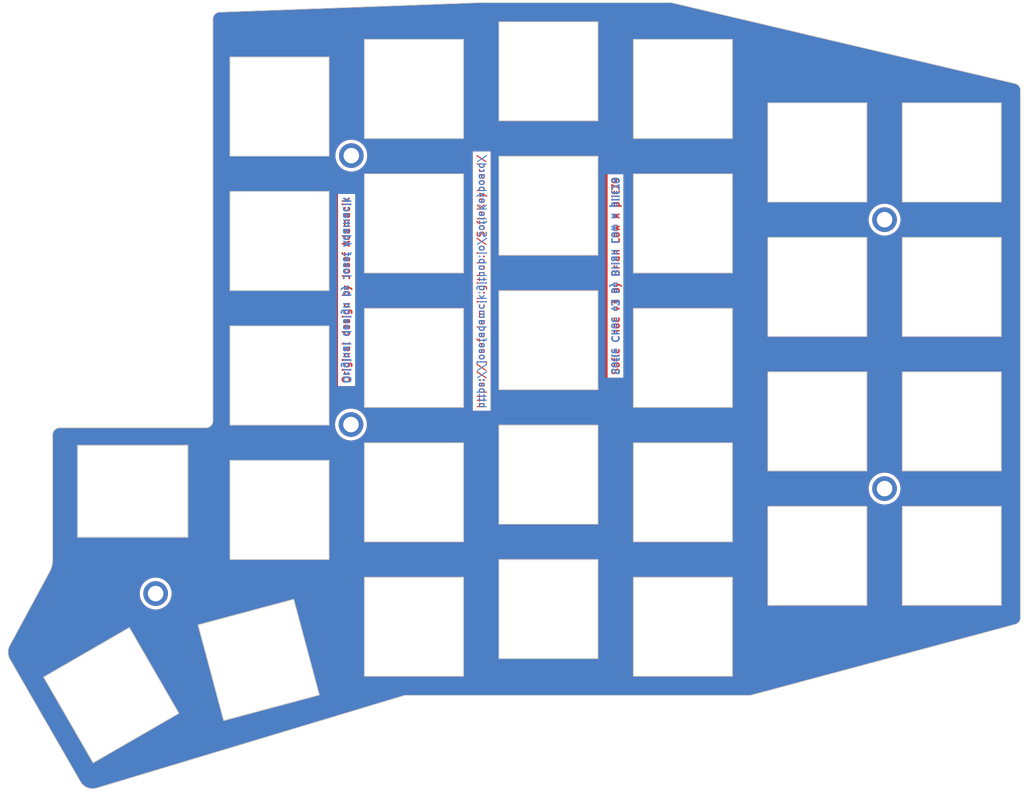
<source format=kicad_pcb>
(kicad_pcb (version 20240108) (generator "pcbnew") (generator_version "8.0")
  (layers (0 "F.Cu" signal) (31 "B.Cu" signal) (34 "B.Paste" user) (35 "F.Paste" user) (36 "B.SilkS" user "B.Silkscreen") (37 "F.SilkS" user "F.Silkscreen") (38 "B.Mask" user) (39 "F.Mask" user) (44 "Edge.Cuts" user))
  (net 0 "")
  (footprint "MountingHole:MountingHole_2.2mm_M2_ISO7380_Pad" (layer "F.Cu") (at 206.275 66.025)
    (property "Reference" "TH4" (hide yes))
    (property "Value" "HOLE" (hide yes))
    (pad "1" thru_hole circle (at 0 0) (size 3.5 3.5) (drill 2.2) (layers "*.Cu" "*.Mask"))
  )
  (footprint "MountingHole:MountingHole_2.2mm_M2_ISO7380_Pad" (layer "F.Cu") (at 130.725 56.95)
    (property "Reference" "TH3" (hide yes))
    (property "Value" "HOLE" (hide yes))
    (pad "1" thru_hole circle (at 0 0) (size 3.5 3.5) (drill 2.2) (layers "*.Cu" "*.Mask"))
  )
  (footprint "MountingHole:MountingHole_2.2mm_M2_ISO7380_Pad" (layer "F.Cu") (at 206.275 104.125)
    (property "Reference" "TH6" (hide yes))
    (property "Value" "HOLE" (hide yes))
    (pad "1" thru_hole circle (at 0 0) (size 3.5 3.5) (drill 2.2) (layers "*.Cu" "*.Mask"))
  )
  (footprint "MountingHole:MountingHole_2.2mm_M2_ISO7380_Pad" (layer "F.Cu") (at 130.675 95.05)
    (property "Reference" "TH5" (hide yes))
    (property "Value" "HOLE" (hide yes))
    (pad "1" thru_hole circle (at 0 0) (size 3.5 3.5) (drill 2.2) (layers "*.Cu" "*.Mask"))
  )
  (footprint "MountingHole:MountingHole_2.2mm_M2_ISO7380_Pad" (layer "F.Cu") (at 103 119 180)
    (property "Reference" "TH7" (hide yes))
    (property "Value" "HOLE" (hide yes))
    (pad "1" thru_hole circle (at 0 0 180) (size 3.5 3.5) (drill 2.2) (layers "*.Cu" "*.Mask"))
  )
  (footprint "SofleChocTop:SW_Hole" (layer "F.Cu") (at 215.8 56.5)
    (property "Reference" "SW2" (hide yes))
    (property "Value" "KEY_SWITCH" (hide yes))
    (fp_line (start -7 -7) (end -7 7) (stroke (width 0.12)) (layer "Edge.Cuts"))
    (fp_line (start -7 7) (end 7 7) (stroke (width 0.12)) (layer "Edge.Cuts"))
    (fp_line (start 7 -7) (end -7 -7) (stroke (width 0.12)) (layer "Edge.Cuts"))
    (fp_line (start 7 7) (end 7 -7) (stroke (width 0.12)) (layer "Edge.Cuts"))
  )
  (footprint "SofleChocTop:SW_Hole" (layer "F.Cu") (at 196.75 56.5)
    (property "Reference" "SW2" (hide yes))
    (property "Value" "KEY_SWITCH" (hide yes))
    (fp_line (start -7 -7) (end -7 7) (stroke (width 0.12)) (layer "Edge.Cuts"))
    (fp_line (start -7 7) (end 7 7) (stroke (width 0.12)) (layer "Edge.Cuts"))
    (fp_line (start 7 -7) (end -7 -7) (stroke (width 0.12)) (layer "Edge.Cuts"))
    (fp_line (start 7 7) (end 7 -7) (stroke (width 0.12)) (layer "Edge.Cuts"))
  )
  (footprint "SofleChocTop:SW_Hole" (layer "F.Cu") (at 196.75 75.55)
    (property "Reference" "SW2" (hide yes))
    (property "Value" "KEY_SWITCH" (hide yes))
    (fp_line (start -7 -7) (end -7 7) (stroke (width 0.12)) (layer "Edge.Cuts"))
    (fp_line (start -7 7) (end 7 7) (stroke (width 0.12)) (layer "Edge.Cuts"))
    (fp_line (start 7 -7) (end -7 -7) (stroke (width 0.12)) (layer "Edge.Cuts"))
    (fp_line (start 7 7) (end 7 -7) (stroke (width 0.12)) (layer "Edge.Cuts"))
  )
  (footprint "SofleChocTop:SW_Hole" (layer "F.Cu") (at 215.8 75.55)
    (property "Reference" "SW2" (hide yes))
    (property "Value" "KEY_SWITCH" (hide yes))
    (fp_line (start -7 -7) (end -7 7) (stroke (width 0.12)) (layer "Edge.Cuts"))
    (fp_line (start -7 7) (end 7 7) (stroke (width 0.12)) (layer "Edge.Cuts"))
    (fp_line (start 7 -7) (end -7 -7) (stroke (width 0.12)) (layer "Edge.Cuts"))
    (fp_line (start 7 7) (end 7 -7) (stroke (width 0.12)) (layer "Edge.Cuts"))
  )
  (footprint "SofleChocTop:SW_Hole" (layer "F.Cu") (at 196.75 94.6)
    (property "Reference" "SW2" (hide yes))
    (property "Value" "KEY_SWITCH" (hide yes))
    (fp_line (start -7 -7) (end -7 7) (stroke (width 0.12)) (layer "Edge.Cuts"))
    (fp_line (start -7 7) (end 7 7) (stroke (width 0.12)) (layer "Edge.Cuts"))
    (fp_line (start 7 -7) (end -7 -7) (stroke (width 0.12)) (layer "Edge.Cuts"))
    (fp_line (start 7 7) (end 7 -7) (stroke (width 0.12)) (layer "Edge.Cuts"))
  )
  (footprint "SofleChocTop:SW_Hole" (layer "F.Cu") (at 215.8 94.6)
    (property "Reference" "SW2" (hide yes))
    (property "Value" "KEY_SWITCH" (hide yes))
    (fp_line (start -7 -7) (end -7 7) (stroke (width 0.12)) (layer "Edge.Cuts"))
    (fp_line (start -7 7) (end 7 7) (stroke (width 0.12)) (layer "Edge.Cuts"))
    (fp_line (start 7 -7) (end -7 -7) (stroke (width 0.12)) (layer "Edge.Cuts"))
    (fp_line (start 7 7) (end 7 -7) (stroke (width 0.12)) (layer "Edge.Cuts"))
  )
  (footprint "SofleChocTop:SW_Hole" (layer "F.Cu") (at 196.75 113.65)
    (property "Reference" "SW2" (hide yes))
    (property "Value" "KEY_SWITCH" (hide yes))
    (fp_line (start -7 -7) (end -7 7) (stroke (width 0.12)) (layer "Edge.Cuts"))
    (fp_line (start -7 7) (end 7 7) (stroke (width 0.12)) (layer "Edge.Cuts"))
    (fp_line (start 7 -7) (end -7 -7) (stroke (width 0.12)) (layer "Edge.Cuts"))
    (fp_line (start 7 7) (end 7 -7) (stroke (width 0.12)) (layer "Edge.Cuts"))
  )
  (footprint "SofleChocTop:SW_Hole" (layer "F.Cu") (at 177.7 47.5)
    (property "Reference" "SW2" (hide yes))
    (property "Value" "KEY_SWITCH" (hide yes))
    (fp_line (start -7 -7) (end -7 7) (stroke (width 0.12)) (layer "Edge.Cuts"))
    (fp_line (start -7 7) (end 7 7) (stroke (width 0.12)) (layer "Edge.Cuts"))
    (fp_line (start 7 -7) (end -7 -7) (stroke (width 0.12)) (layer "Edge.Cuts"))
    (fp_line (start 7 7) (end 7 -7) (stroke (width 0.12)) (layer "Edge.Cuts"))
  )
  (footprint "SofleChocTop:SW_Hole" (layer "F.Cu") (at 177.7 66.55)
    (property "Reference" "SW2" (hide yes))
    (property "Value" "KEY_SWITCH" (hide yes))
    (fp_line (start -7 -7) (end -7 7) (stroke (width 0.12)) (layer "Edge.Cuts"))
    (fp_line (start -7 7) (end 7 7) (stroke (width 0.12)) (layer "Edge.Cuts"))
    (fp_line (start 7 -7) (end -7 -7) (stroke (width 0.12)) (layer "Edge.Cuts"))
    (fp_line (start 7 7) (end 7 -7) (stroke (width 0.12)) (layer "Edge.Cuts"))
  )
  (footprint "SofleChocTop:SW_Hole" (layer "F.Cu") (at 177.7 85.6)
    (property "Reference" "SW2" (hide yes))
    (property "Value" "KEY_SWITCH" (hide yes))
    (fp_line (start -7 -7) (end -7 7) (stroke (width 0.12)) (layer "Edge.Cuts"))
    (fp_line (start -7 7) (end 7 7) (stroke (width 0.12)) (layer "Edge.Cuts"))
    (fp_line (start 7 -7) (end -7 -7) (stroke (width 0.12)) (layer "Edge.Cuts"))
    (fp_line (start 7 7) (end 7 -7) (stroke (width 0.12)) (layer "Edge.Cuts"))
  )
  (footprint "SofleChocTop:SW_Hole" (layer "F.Cu") (at 177.7 104.65)
    (property "Reference" "SW2" (hide yes))
    (property "Value" "KEY_SWITCH" (hide yes))
    (fp_line (start -7 -7) (end -7 7) (stroke (width 0.12)) (layer "Edge.Cuts"))
    (fp_line (start -7 7) (end 7 7) (stroke (width 0.12)) (layer "Edge.Cuts"))
    (fp_line (start 7 -7) (end -7 -7) (stroke (width 0.12)) (layer "Edge.Cuts"))
    (fp_line (start 7 7) (end 7 -7) (stroke (width 0.12)) (layer "Edge.Cuts"))
  )
  (footprint "SofleChocTop:SW_Hole" (layer "F.Cu") (at 177.7 123.7)
    (property "Reference" "SW2" (hide yes))
    (property "Value" "KEY_SWITCH" (hide yes))
    (fp_line (start -7 -7) (end -7 7) (stroke (width 0.12)) (layer "Edge.Cuts"))
    (fp_line (start -7 7) (end 7 7) (stroke (width 0.12)) (layer "Edge.Cuts"))
    (fp_line (start 7 -7) (end -7 -7) (stroke (width 0.12)) (layer "Edge.Cuts"))
    (fp_line (start 7 7) (end 7 -7) (stroke (width 0.12)) (layer "Edge.Cuts"))
  )
  (footprint "SofleChocTop:SW_Hole" (layer "F.Cu") (at 158.65 45)
    (property "Reference" "SW2" (hide yes))
    (property "Value" "KEY_SWITCH" (hide yes))
    (fp_line (start -7 -7) (end -7 7) (stroke (width 0.12)) (layer "Edge.Cuts"))
    (fp_line (start -7 7) (end 7 7) (stroke (width 0.12)) (layer "Edge.Cuts"))
    (fp_line (start 7 -7) (end -7 -7) (stroke (width 0.12)) (layer "Edge.Cuts"))
    (fp_line (start 7 7) (end 7 -7) (stroke (width 0.12)) (layer "Edge.Cuts"))
  )
  (footprint "SofleChocTop:SW_Hole" (layer "F.Cu") (at 158.65 64.05)
    (property "Reference" "SW2" (hide yes))
    (property "Value" "KEY_SWITCH" (hide yes))
    (fp_line (start -7 -7) (end -7 7) (stroke (width 0.12)) (layer "Edge.Cuts"))
    (fp_line (start -7 7) (end 7 7) (stroke (width 0.12)) (layer "Edge.Cuts"))
    (fp_line (start 7 -7) (end -7 -7) (stroke (width 0.12)) (layer "Edge.Cuts"))
    (fp_line (start 7 7) (end 7 -7) (stroke (width 0.12)) (layer "Edge.Cuts"))
  )
  (footprint "SofleChocTop:SW_Hole" (layer "F.Cu") (at 158.65 83.1)
    (property "Reference" "SW2" (hide yes))
    (property "Value" "KEY_SWITCH" (hide yes))
    (fp_line (start -7 -7) (end -7 7) (stroke (width 0.12)) (layer "Edge.Cuts"))
    (fp_line (start -7 7) (end 7 7) (stroke (width 0.12)) (layer "Edge.Cuts"))
    (fp_line (start 7 -7) (end -7 -7) (stroke (width 0.12)) (layer "Edge.Cuts"))
    (fp_line (start 7 7) (end 7 -7) (stroke (width 0.12)) (layer "Edge.Cuts"))
  )
  (footprint "SofleChocTop:SW_Hole" (layer "F.Cu") (at 158.65 102.15)
    (property "Reference" "SW2" (hide yes))
    (property "Value" "KEY_SWITCH" (hide yes))
    (fp_line (start -7 -7) (end -7 7) (stroke (width 0.12)) (layer "Edge.Cuts"))
    (fp_line (start -7 7) (end 7 7) (stroke (width 0.12)) (layer "Edge.Cuts"))
    (fp_line (start 7 -7) (end -7 -7) (stroke (width 0.12)) (layer "Edge.Cuts"))
    (fp_line (start 7 7) (end 7 -7) (stroke (width 0.12)) (layer "Edge.Cuts"))
  )
  (footprint "SofleChocTop:SW_Hole" (layer "F.Cu") (at 158.65 121.2)
    (property "Reference" "SW2" (hide yes))
    (property "Value" "KEY_SWITCH" (hide yes))
    (fp_line (start -7 -7) (end -7 7) (stroke (width 0.12)) (layer "Edge.Cuts"))
    (fp_line (start -7 7) (end 7 7) (stroke (width 0.12)) (layer "Edge.Cuts"))
    (fp_line (start 7 -7) (end -7 -7) (stroke (width 0.12)) (layer "Edge.Cuts"))
    (fp_line (start 7 7) (end 7 -7) (stroke (width 0.12)) (layer "Edge.Cuts"))
  )
  (footprint "SofleChocTop:SW_Hole" (layer "F.Cu") (at 139.6 47.5)
    (property "Reference" "SW2" (hide yes))
    (property "Value" "KEY_SWITCH" (hide yes))
    (fp_line (start -7 -7) (end -7 7) (stroke (width 0.12)) (layer "Edge.Cuts"))
    (fp_line (start -7 7) (end 7 7) (stroke (width 0.12)) (layer "Edge.Cuts"))
    (fp_line (start 7 -7) (end -7 -7) (stroke (width 0.12)) (layer "Edge.Cuts"))
    (fp_line (start 7 7) (end 7 -7) (stroke (width 0.12)) (layer "Edge.Cuts"))
  )
  (footprint "SofleChocTop:SW_Hole" (layer "F.Cu") (at 139.6 66.55)
    (property "Reference" "SW2" (hide yes))
    (property "Value" "KEY_SWITCH" (hide yes))
    (fp_line (start -7 -7) (end -7 7) (stroke (width 0.12)) (layer "Edge.Cuts"))
    (fp_line (start -7 7) (end 7 7) (stroke (width 0.12)) (layer "Edge.Cuts"))
    (fp_line (start 7 -7) (end -7 -7) (stroke (width 0.12)) (layer "Edge.Cuts"))
    (fp_line (start 7 7) (end 7 -7) (stroke (width 0.12)) (layer "Edge.Cuts"))
  )
  (footprint "SofleChocTop:SW_Hole" (layer "F.Cu") (at 139.6 85.6)
    (property "Reference" "SW2" (hide yes))
    (property "Value" "KEY_SWITCH" (hide yes))
    (fp_line (start -7 -7) (end -7 7) (stroke (width 0.12)) (layer "Edge.Cuts"))
    (fp_line (start -7 7) (end 7 7) (stroke (width 0.12)) (layer "Edge.Cuts"))
    (fp_line (start 7 -7) (end -7 -7) (stroke (width 0.12)) (layer "Edge.Cuts"))
    (fp_line (start 7 7) (end 7 -7) (stroke (width 0.12)) (layer "Edge.Cuts"))
  )
  (footprint "SofleChocTop:SW_Hole" (layer "F.Cu") (at 139.6 104.65)
    (property "Reference" "SW2" (hide yes))
    (property "Value" "KEY_SWITCH" (hide yes))
    (fp_line (start -7 -7) (end -7 7) (stroke (width 0.12)) (layer "Edge.Cuts"))
    (fp_line (start -7 7) (end 7 7) (stroke (width 0.12)) (layer "Edge.Cuts"))
    (fp_line (start 7 -7) (end -7 -7) (stroke (width 0.12)) (layer "Edge.Cuts"))
    (fp_line (start 7 7) (end 7 -7) (stroke (width 0.12)) (layer "Edge.Cuts"))
  )
  (footprint "SofleChocTop:SW_Hole" (layer "F.Cu") (at 139.6 123.7)
    (property "Reference" "SW2" (hide yes))
    (property "Value" "KEY_SWITCH" (hide yes))
    (fp_line (start -7 -7) (end -7 7) (stroke (width 0.12)) (layer "Edge.Cuts"))
    (fp_line (start -7 7) (end 7 7) (stroke (width 0.12)) (layer "Edge.Cuts"))
    (fp_line (start 7 -7) (end -7 -7) (stroke (width 0.12)) (layer "Edge.Cuts"))
    (fp_line (start 7 7) (end 7 -7) (stroke (width 0.12)) (layer "Edge.Cuts"))
  )
  (footprint "SofleChocTop:SW_Hole" (layer "F.Cu") (at 120.55 50)
    (property "Reference" "SW2" (hide yes))
    (property "Value" "KEY_SWITCH" (hide yes))
    (fp_line (start -7 -7) (end -7 7) (stroke (width 0.12)) (layer "Edge.Cuts"))
    (fp_line (start -7 7) (end 7 7) (stroke (width 0.12)) (layer "Edge.Cuts"))
    (fp_line (start 7 -7) (end -7 -7) (stroke (width 0.12)) (layer "Edge.Cuts"))
    (fp_line (start 7 7) (end 7 -7) (stroke (width 0.12)) (layer "Edge.Cuts"))
  )
  (footprint "SofleChocTop:SW_Hole" (layer "F.Cu") (at 120.55 69.05)
    (property "Reference" "SW2" (hide yes))
    (property "Value" "KEY_SWITCH" (hide yes))
    (fp_line (start -7 -7) (end -7 7) (stroke (width 0.12)) (layer "Edge.Cuts"))
    (fp_line (start -7 7) (end 7 7) (stroke (width 0.12)) (layer "Edge.Cuts"))
    (fp_line (start 7 -7) (end -7 -7) (stroke (width 0.12)) (layer "Edge.Cuts"))
    (fp_line (start 7 7) (end 7 -7) (stroke (width 0.12)) (layer "Edge.Cuts"))
  )
  (footprint "SofleChocTop:SW_Hole" (layer "F.Cu") (at 120.55 88.1)
    (property "Reference" "SW2" (hide yes))
    (property "Value" "KEY_SWITCH" (hide yes))
    (fp_line (start -7 -7) (end -7 7) (stroke (width 0.12)) (layer "Edge.Cuts"))
    (fp_line (start -7 7) (end 7 7) (stroke (width 0.12)) (layer "Edge.Cuts"))
    (fp_line (start 7 -7) (end -7 -7) (stroke (width 0.12)) (layer "Edge.Cuts"))
    (fp_line (start 7 7) (end 7 -7) (stroke (width 0.12)) (layer "Edge.Cuts"))
  )
  (footprint "SofleChocTop:SW_Hole" (layer "F.Cu") (at 120.55 107.15)
    (property "Reference" "SW2" (hide yes))
    (property "Value" "KEY_SWITCH" (hide yes))
    (fp_line (start -7 -7) (end -7 7) (stroke (width 0.12)) (layer "Edge.Cuts"))
    (fp_line (start -7 7) (end 7 7) (stroke (width 0.12)) (layer "Edge.Cuts"))
    (fp_line (start 7 -7) (end -7 -7) (stroke (width 0.12)) (layer "Edge.Cuts"))
    (fp_line (start 7 7) (end 7 -7) (stroke (width 0.12)) (layer "Edge.Cuts"))
  )
  (footprint "SofleChocTop:SW_Hole" (layer "F.Cu") (at 117.6 128.4 -165)
    (property "Reference" "SW2" (hide yes))
    (property "Value" "KEY_SWITCH" (hide yes))
    (fp_line (start 7 7) (end 7 -7) (stroke (width 0.12)) (layer "Edge.Cuts"))
    (fp_line (start 7 -7) (end -7 -7) (stroke (width 0.12)) (layer "Edge.Cuts"))
    (fp_line (start -7 7) (end 7 7) (stroke (width 0.12)) (layer "Edge.Cuts"))
    (fp_line (start -7 -7) (end -7 7) (stroke (width 0.12)) (layer "Edge.Cuts"))
  )
  (footprint "SofleChocTop:SW_Hole" (layer "F.Cu") (at 96.71 133.4 120)
    (property "Reference" "SW2" (hide yes))
    (property "Value" "KEY_SWITCH" (hide yes))
    (fp_line (start 7 -7) (end -7 -7) (stroke (width 0.12)) (layer "Edge.Cuts"))
    (fp_line (start -7 -7) (end -7 7) (stroke (width 0.12)) (layer "Edge.Cuts"))
    (fp_line (start 7 7) (end 7 -7) (stroke (width 0.12)) (layer "Edge.Cuts"))
    (fp_line (start -7 7) (end 7 7) (stroke (width 0.12)) (layer "Edge.Cuts"))
  )
  (footprint "SofleChocTop:SW_Hole" (layer "F.Cu") (at 215.8 113.65)
    (property "Reference" "SW2" (hide yes))
    (property "Value" "KEY_SWITCH" (hide yes))
    (fp_line (start -7 -7) (end -7 7) (stroke (width 0.12)) (layer "Edge.Cuts"))
    (fp_line (start -7 7) (end 7 7) (stroke (width 0.12)) (layer "Edge.Cuts"))
    (fp_line (start 7 -7) (end -7 -7) (stroke (width 0.12)) (layer "Edge.Cuts"))
    (fp_line (start 7 7) (end 7 -7) (stroke (width 0.12)) (layer "Edge.Cuts"))
  )
  (gr_line (start 92.331436 145.655171) (end 82.341192 128.315644) (stroke (width 0.1)) (layer "Edge.Cuts"))
  (gr_line (start 88.4 114.4036) (end 88.2972 115.0536) (stroke (width 0.1)) (layer "Edge.Cuts"))
  (gr_line (start 88.2972 115.0536) (end 88.0972 115.6536) (stroke (width 0.1)) (layer "Edge.Cuts"))
  (gr_line (start 82.290056 126.397917) (end 88.0972 115.6536) (stroke (width 0.1)) (layer "Edge.Cuts"))
  (gr_line (start 149.0972 35.2496) (end 112.05424 36.604523) (stroke (width 0.1)) (layer "Edge.Cuts"))
  (gr_line (start 138.251328 133.45) (end 187.225 133.45) (stroke (width 0.1)) (layer "Edge.Cuts"))
  (gr_line (start 138.251328 133.45) (end 94.62 146.58) (stroke (width 0.1)) (layer "Edge.Cuts"))
  (gr_line (start 149.0972 35.2496) (end 176.0472 35.2496) (stroke (width 0.1)) (layer "Edge.Cuts"))
  (gr_line (start 88.4 114.4036) (end 88.4 96.4986) (stroke (width 0.1)) (layer "Edge.Cuts"))
  (gr_line (start 91.95 110.9998) (end 107.55 110.9998) (stroke (width 0.15)) (layer "Edge.Cuts"))
  (gr_line (start 224.80938 123.373525) (end 187.225 133.45025) (stroke (width 0.1)) (layer "Edge.Cuts"))
  (gr_line (start 89.4 95.4986) (end 110.0972 95.4986) (stroke (width 0.1)) (layer "Edge.Cuts"))
  (gr_line (start 176.0472 35.2496) (end 224.757209 46.721953) (stroke (width 0.1)) (layer "Edge.Cuts"))
  (gr_arc (start 111.0972 94.4986) (mid 110.804307 95.205707) (end 110.0972 95.4986) (stroke (width 0.1)) (layer "Edge.Cuts"))
  (gr_arc (start 224.757209 46.721953) (mid 225.326821 47.070731) (end 225.55 47.70025) (stroke (width 0.1)) (layer "Edge.Cuts"))
  (gr_line (start 91.95 97.9998) (end 91.95 110.9998) (stroke (width 0.15)) (layer "Edge.Cuts"))
  (gr_line (start 107.55 97.9998) (end 91.95 97.9998) (stroke (width 0.15)) (layer "Edge.Cuts"))
  (gr_line (start 107.55 110.9998) (end 107.55 97.9998) (stroke (width 0.15)) (layer "Edge.Cuts"))
  (gr_line (start 225.55 47.70025) (end 225.55 122.40775) (stroke (width 0.1)) (layer "Edge.Cuts"))
  (gr_arc (start 88.4 96.4986) (mid 88.692893 95.791493) (end 89.4 95.4986) (stroke (width 0.1)) (layer "Edge.Cuts"))
  (gr_arc (start 82.341192 128.315644) (mid 82.070767 127.36331) (end 82.290056 126.397917) (stroke (width 0.1)) (layer "Edge.Cuts"))
  (gr_arc (start 225.55 122.40775) (mid 225.343608 123.016341) (end 224.80938 123.373525) (stroke (width 0.1)) (layer "Edge.Cuts"))
  (gr_arc (start 94.62 146.58) (mid 93.316044 146.512711) (end 92.331436 145.655171) (stroke (width 0.1)) (layer "Edge.Cuts"))
  (gr_arc (start 111.0972 37.6036) (mid 111.37516 36.91194) (end 112.05424 36.604523) (stroke (width 0.1)) (layer "Edge.Cuts"))
  (gr_line (start 111.0972 94.4986) (end 111.0972 37.6036) (stroke (width 0.1)) (layer "Edge.Cuts"))
  (gr_text "https://josefadamcik.github.io/SofleKeyboard/" (at 149.1 74.8 90) (layer "F.Cu") (effects (font (size 1 1))))
  (gr_text "Original design by Josef Adamacik" (at 130 76 90) (layer "F.Cu") (effects (font (size 1 1) (thickness 0.2))))
  (gr_text "Sofle Choc v3 by Brian Low x piit79" (at 168.2 74 90) (layer "F.Cu") (effects (font (size 1 1) (thickness 0.2))))
  (gr_text "https://josefadamcik.github.io/SofleKeyboard/" (at 149.3 74.8 270) (layer "B.Cu") (effects (font (size 1 1)) (justify mirror)))
  (gr_text "Original design by Josef Adamacik" (at 130.1 76 -90) (layer "B.Cu") (effects (font (size 1 1) (thickness 0.2)) (justify mirror)))
  (gr_text "Sofle Choc v3 by Brian Low x piit79" (at 168.1 74.0039 -90) (layer "B.Cu") (effects (font (size 1 1) (thickness 0.2)) (justify mirror)))
  (zone (net 0) (net_name "") (layers "F&B.Cu") (connect_pads (clearance 0.508)) (min_thickness 0.254) (fill yes (thermal_gap 0.508) (thermal_bridge_width 0.508))
    (polygon (pts (xy 80.9472 127.2536) (xy 92.6972 147.8536) (xy 138.45 134.1) (xy 187.4 134.05) (xy 226.05 123.4) (xy 225.85 46.5) (xy 176.1 34.9) (xy 149.150245 34.95) (xy 87.6972 36.9036) (xy 88.0472 114.6536)))
  )
)
</source>
